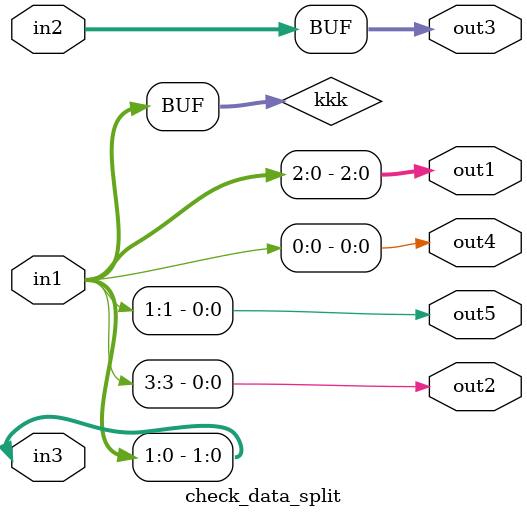
<source format=v>


module check_data_split(
	in1,
	in2,
	in3,
	out2,
	out5,
	out4,
	out1,
	out3
);


input wire	[3:0] in1;
input wire	[3:0] in2;
input wire	[1:0] in3;
output wire	out2;
output wire	out5;
output wire	out4;
output wire	[2:0] out1;
output wire	[3:0] out3;

wire	[3:0] kkk;

assign	out3 = in2;



assign	out2 = kkk[3];
assign	kkk = in1;
assign	out5 = kkk[1];
assign	out4 = kkk[0];
assign	out1[2:0] = kkk[2:0];
assign	kkk[1:0] = in3;

endmodule

</source>
